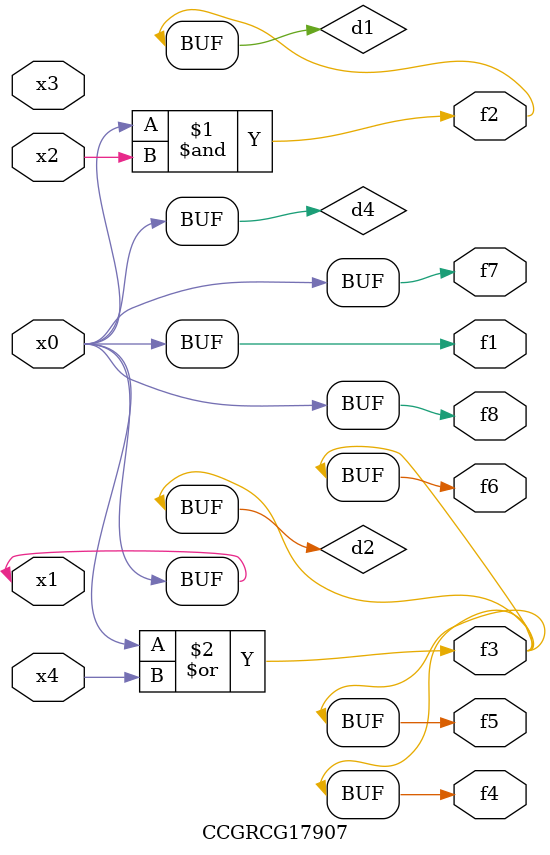
<source format=v>
module CCGRCG17907(
	input x0, x1, x2, x3, x4,
	output f1, f2, f3, f4, f5, f6, f7, f8
);

	wire d1, d2, d3, d4;

	and (d1, x0, x2);
	or (d2, x0, x4);
	nand (d3, x0, x2);
	buf (d4, x0, x1);
	assign f1 = d4;
	assign f2 = d1;
	assign f3 = d2;
	assign f4 = d2;
	assign f5 = d2;
	assign f6 = d2;
	assign f7 = d4;
	assign f8 = d4;
endmodule

</source>
